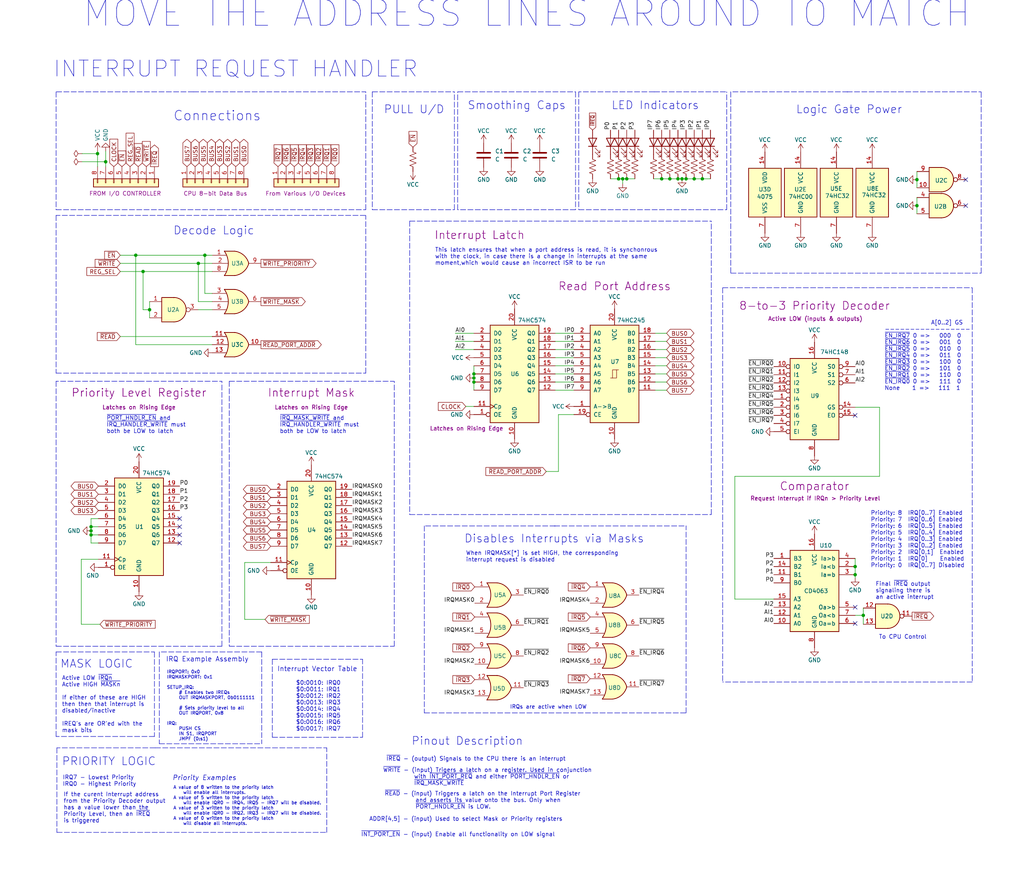
<source format=kicad_sch>
(kicad_sch (version 20211123) (generator eeschema)
  (paper "User" 319.989 280.01)
  (title_block (title "Interrpt Request Handler Module") (date "2022-02-10") (rev "v6") (company "theWickedWebDev/8-bit-computer") (comment 1 "w/ Priority Level Register & Mask Register"))
  (junction (at 267.208 177.038))
  (junction (at 46.736 96.774))
  (junction (at 194.564 55.88))
  (junction (at 209.296 55.88))
  (junction (at 195.834 55.88))
  (junction (at 267.208 179.578))
  (junction (at 286.512 64.262))
  (junction (at 28.448 164.592))
  (junction (at 148.082 118.11))
  (junction (at 214.376 55.88))
  (junction (at 42.418 79.756))
  (junction (at 193.294 55.88))
  (junction (at 148.082 116.84))
  (junction (at 148.082 119.38))
  (junction (at 269.748 192.278))
  (junction (at 206.756 55.88))
  (junction (at 213.106 55.88))
  (junction (at 64.008 79.756))
  (junction (at 28.448 167.132))
  (junction (at 30.48 48.006))
  (junction (at 44.704 84.836))
  (junction (at 28.448 165.862))
  (junction (at 216.916 55.88))
  (junction (at 211.836 55.88))
  (junction (at 286.512 56.134))
  (junction (at 33.02 50.546))
  (junction (at 61.976 82.296))
  (junction (at 219.456 55.88))
  (no_connect (at 267.208 129.794))
  (no_connect (at 56.134 162.052))
  (no_connect (at 267.208 194.818))
  (no_connect (at 267.208 189.738))
  (no_connect (at 56.134 164.592))
  (no_connect (at 56.134 167.132))
  (no_connect (at 56.134 169.672))
  (no_connect (at 301.752 64.262))
  (no_connect (at 301.752 56.134))
  (polyline (pts (xy 60.452 28.702) (xy 17.526 28.702)))
  (polyline (pts (xy 43.434 119.126) (xy 69.342 119.126)))
  (wire (pts (xy 46.736 96.774) (xy 46.736 99.314)))
  (wire (pts (xy 142.24 104.14) (xy 148.082 104.14)))
  (polyline (pts (xy 48.514 233.68) (xy 102.108 233.68)))
  (wire (pts (xy 37.592 84.836) (xy 44.704 84.836)))
  (wire (pts (xy 64.008 91.694) (xy 64.008 79.756)))
  (polyline (pts (xy 81.788 203.708) (xy 49.784 203.708)))
  (wire (pts (xy 269.748 189.992) (xy 269.748 192.278)))
  (wire (pts (xy 206.756 55.88) (xy 209.296 55.88)))
  (polyline (pts (xy 60.452 28.702) (xy 114.3 28.702)))
  (wire (pts (xy 28.448 167.132) (xy 28.448 169.672)))
  (wire (pts (xy 267.208 174.498) (xy 267.208 177.038)))
  (wire (pts (xy 209.296 55.88) (xy 211.836 55.88)))
  (polyline (pts (xy 81.788 203.708) (xy 81.788 232.41)))
  (wire (pts (xy 274.828 148.844) (xy 229.616 148.844)))
  (wire (pts (xy 142.24 106.68) (xy 148.082 106.68)))
  (polyline (pts (xy 17.526 28.702) (xy 17.526 65.532)))
  (polyline (pts (xy 69.088 67.31) (xy 17.526 67.31)))
  (polyline (pts (xy 264.668 28.702) (xy 306.578 28.702)))
  (wire (pts (xy 229.616 187.198) (xy 241.808 187.198)))
  (wire (pts (xy 28.448 165.862) (xy 28.448 167.132)))
  (wire (pts (xy 30.48 48.006) (xy 30.48 52.07)))
  (polyline (pts (xy 123.19 201.93) (xy 123.19 119.126)))
  (wire (pts (xy 46.736 96.774) (xy 44.704 96.774)))
  (wire (pts (xy 195.834 55.88) (xy 198.374 55.88)))
  (wire (pts (xy 214.376 55.88) (xy 216.916 55.88)))
  (polyline (pts (xy 17.526 67.31) (xy 17.526 116.586)))
  (wire (pts (xy 173.482 109.22) (xy 179.324 109.22)))
  (wire (pts (xy 66.294 91.694) (xy 64.008 91.694)))
  (wire (pts (xy 173.482 106.68) (xy 179.324 106.68)))
  (wire (pts (xy 76.454 193.548) (xy 82.804 193.548)))
  (wire (pts (xy 33.02 47.244) (xy 33.02 50.546)))
  (polyline (pts (xy 173.228 164.338) (xy 214.376 164.338)))
  (polyline (pts (xy 69.088 67.31) (xy 114.3 67.31)))
  (wire (pts (xy 44.704 84.836) (xy 66.294 84.836)))
  (wire (pts (xy 28.448 162.052) (xy 28.448 164.592)))
  (wire (pts (xy 37.592 105.156) (xy 66.294 105.156)))
  (wire (pts (xy 76.454 175.768) (xy 76.454 193.548)))
  (polyline (pts (xy 85.09 205.994) (xy 113.284 205.994)))
  (polyline (pts (xy 17.526 65.532) (xy 114.3 65.532)))
  (wire (pts (xy 174.498 129.54) (xy 179.324 129.54)))
  (polyline (pts (xy 102.108 260.096) (xy 102.108 233.68)))
  (wire (pts (xy 61.976 82.296) (xy 66.294 82.296)))
  (polyline (pts (xy 17.78 260.096) (xy 102.108 260.096)))
  (wire (pts (xy 37.592 82.296) (xy 61.976 82.296)))
  (polyline (pts (xy 48.514 233.68) (xy 17.78 233.68)))
  (wire (pts (xy 148.082 116.84) (xy 148.082 114.3)))
  (wire (pts (xy 286.512 61.722) (xy 286.512 64.262)))
  (wire (pts (xy 208.28 111.76) (xy 204.724 111.76)))
  (polyline (pts (xy 179.832 65.532) (xy 143.002 65.532)))
  (wire (pts (xy 76.454 175.768) (xy 84.582 175.768)))
  (wire (pts (xy 44.704 96.774) (xy 44.704 84.836)))
  (polyline (pts (xy 17.78 233.68) (xy 17.78 260.096)))
  (polyline (pts (xy 173.482 164.338) (xy 132.588 164.338)))
  (wire (pts (xy 173.482 121.92) (xy 179.324 121.92)))
  (polyline (pts (xy 179.832 28.702) (xy 179.832 65.532)))
  (wire (pts (xy 208.28 116.84) (xy 204.724 116.84)))
  (polyline (pts (xy 49.784 203.708) (xy 49.784 232.41)))
  (wire (pts (xy 28.448 164.592) (xy 28.448 165.862)))
  (wire (pts (xy 173.482 119.38) (xy 179.324 119.38)))
  (polyline (pts (xy 228.346 85.344) (xy 306.578 85.344)))
  (wire (pts (xy 208.28 121.92) (xy 204.724 121.92)))
  (polyline (pts (xy 222.25 160.782) (xy 222.25 69.088)))
  (wire (pts (xy 33.02 50.546) (xy 33.02 52.07)))
  (wire (pts (xy 170.688 147.32) (xy 174.498 147.32)))
  (wire (pts (xy 267.208 127.254) (xy 274.828 127.254)))
  (polyline (pts (xy 180.848 65.532) (xy 227.076 65.532)))
  (polyline (pts (xy 214.376 222.758) (xy 214.376 164.338)))
  (wire (pts (xy 286.512 56.134) (xy 286.512 58.674)))
  (polyline (pts (xy 116.332 65.532) (xy 141.986 65.532)))
  (polyline (pts (xy 71.628 119.126) (xy 123.19 119.126)))
  (polyline (pts (xy 17.526 116.586) (xy 114.3 116.586)))
  (polyline (pts (xy 116.332 28.702) (xy 141.986 28.702)))
  (wire (pts (xy 208.28 104.14) (xy 204.724 104.14)))
  (wire (pts (xy 267.208 179.578) (xy 267.208 180.594)))
  (polyline (pts (xy 264.922 28.702) (xy 228.346 28.702)))
  (wire (pts (xy 267.208 192.278) (xy 269.748 192.278)))
  (wire (pts (xy 148.082 116.84) (xy 148.082 118.11)))
  (polyline (pts (xy 116.332 28.702) (xy 116.332 65.532)))
  (polyline (pts (xy 141.986 65.532) (xy 141.986 28.702)))
  (polyline (pts (xy 306.578 85.344) (xy 306.578 28.702)))
  (wire (pts (xy 148.082 119.38) (xy 148.082 121.92)))
  (polyline (pts (xy 303.784 213.106) (xy 225.806 213.106)))
  (polyline (pts (xy 48.26 230.124) (xy 17.526 230.124)))
  (polyline (pts (xy 228.346 28.702) (xy 228.346 85.344)))
  (wire (pts (xy 30.48 47.244) (xy 30.48 48.006)))
  (wire (pts (xy 193.294 55.88) (xy 194.564 55.88)))
  (wire (pts (xy 274.828 127.254) (xy 274.828 148.844)))
  (polyline (pts (xy 128.016 69.088) (xy 128.016 160.782)))
  (polyline (pts (xy 114.3 65.532) (xy 114.3 28.702)))
  (polyline (pts (xy 128.016 69.088) (xy 222.25 69.088)))
  (wire (pts (xy 30.734 174.752) (xy 25.4 174.752)))
  (wire (pts (xy 37.592 79.756) (xy 42.418 79.756)))
  (polyline (pts (xy 227.076 65.532) (xy 227.076 28.702)))
  (wire (pts (xy 28.448 164.592) (xy 30.734 164.592)))
  (wire (pts (xy 42.418 79.756) (xy 64.008 79.756)))
  (wire (pts (xy 61.976 94.234) (xy 61.976 82.296)))
  (wire (pts (xy 42.418 79.756) (xy 42.418 107.696)))
  (polyline (pts (xy 17.526 119.126) (xy 17.526 201.93)))
  (wire (pts (xy 173.482 114.3) (xy 179.324 114.3)))
  (wire (pts (xy 64.008 79.756) (xy 66.294 79.756)))
  (polyline (pts (xy 43.434 119.126) (xy 17.526 119.126)))
  (wire (pts (xy 190.754 55.88) (xy 193.294 55.88)))
  (polyline (pts (xy 85.09 230.378) (xy 113.284 230.378)))
  (wire (pts (xy 173.482 104.14) (xy 179.324 104.14)))
  (wire (pts (xy 267.208 177.038) (xy 267.208 179.578)))
  (wire (pts (xy 208.28 109.22) (xy 204.724 109.22)))
  (polyline (pts (xy 143.002 65.532) (xy 143.002 28.702)))
  (polyline (pts (xy 132.588 222.758) (xy 214.376 222.758)))
  (polyline (pts (xy 204.47 28.702) (xy 180.848 28.702)))
  (polyline (pts (xy 113.284 230.378) (xy 113.284 205.994)))
  (wire (pts (xy 194.564 55.88) (xy 194.564 57.404)))
  (wire (pts (xy 216.916 55.88) (xy 219.456 55.88)))
  (wire (pts (xy 145.542 127) (xy 148.082 127)))
  (polyline (pts (xy 225.806 89.916) (xy 225.806 213.106)))
  (wire (pts (xy 213.106 55.88) (xy 214.376 55.88)))
  (polyline (pts (xy 225.806 89.916) (xy 303.784 89.916)))
  (wire (pts (xy 194.564 55.88) (xy 195.834 55.88)))
  (wire (pts (xy 148.082 118.11) (xy 148.082 119.38)))
  (polyline (pts (xy 69.342 201.93) (xy 69.342 119.126)))
  (wire (pts (xy 208.28 114.3) (xy 204.724 114.3)))
  (wire (pts (xy 173.482 111.76) (xy 179.324 111.76)))
  (wire (pts (xy 42.418 107.696) (xy 66.294 107.696)))
  (wire (pts (xy 142.24 109.22) (xy 148.082 109.22)))
  (wire (pts (xy 28.448 162.052) (xy 30.734 162.052)))
  (polyline (pts (xy 48.26 203.708) (xy 48.26 230.124)))
  (wire (pts (xy 211.836 55.88) (xy 213.106 55.88)))
  (polyline (pts (xy 143.002 28.702) (xy 179.832 28.702)))
  (polyline (pts (xy 17.526 230.124) (xy 17.526 203.708)))
  (wire (pts (xy 66.294 94.234) (xy 61.976 94.234)))
  (wire (pts (xy 229.616 148.844) (xy 229.616 187.198)))
  (polyline (pts (xy 114.3 116.586) (xy 114.3 67.31)))
  (wire (pts (xy 204.216 55.88) (xy 206.756 55.88)))
  (polyline (pts (xy 71.628 119.126) (xy 71.628 201.93)))
  (polyline (pts (xy 85.09 205.994) (xy 85.09 230.378)))
  (wire (pts (xy 219.456 55.88) (xy 221.996 55.88)))
  (wire (pts (xy 173.482 116.84) (xy 179.324 116.84)))
  (wire (pts (xy 208.28 106.68) (xy 204.724 106.68)))
  (wire (pts (xy 208.28 119.38) (xy 204.724 119.38)))
  (wire (pts (xy 28.448 169.672) (xy 30.734 169.672)))
  (wire (pts (xy 46.736 94.234) (xy 46.736 96.774)))
  (wire (pts (xy 174.498 129.54) (xy 174.498 147.32)))
  (polyline (pts (xy 303.784 89.916) (xy 303.784 213.106)))
  (polyline (pts (xy 17.526 203.708) (xy 48.26 203.708)))
  (polyline (pts (xy 128.016 160.782) (xy 222.25 160.782)))
  (wire (pts (xy 25.4 195.072) (xy 31.242 195.072)))
  (wire (pts (xy 33.02 50.546) (xy 25.654 50.546)))
  (wire (pts (xy 286.512 64.262) (xy 286.512 66.802)))
  (wire (pts (xy 269.748 192.278) (xy 269.748 195.072)))
  (wire (pts (xy 286.512 53.594) (xy 286.512 56.134)))
  (polyline (pts (xy 71.628 201.93) (xy 123.19 201.93)))
  (polyline (pts (xy 49.784 232.41) (xy 81.788 232.41)))
  (polyline (pts (xy 204.47 28.702) (xy 227.076 28.702)))
  (wire (pts (xy 25.654 48.006) (xy 30.48 48.006)))
  (wire (pts (xy 28.448 167.132) (xy 30.734 167.132)))
  (wire (pts (xy 25.4 174.752) (xy 25.4 195.072)))
  (polyline (pts (xy 17.526 201.93) (xy 69.342 201.93)))
  (polyline (pts (xy 180.848 28.702) (xy 180.848 65.532)))
  (wire (pts (xy 61.976 96.774) (xy 66.294 96.774)))
  (polyline (pts (xy 132.588 164.338) (xy 132.588 222.758)))
  (text "When IRQMASK[*] is set HIGH, the corresponding\ninterrupt request is disabled" (at 145.542 175.768 0) (effects (font (size 1.27 1.27)) (justify left bottom)))
  (text "Disables Interrupts via Masks" (at 145.034 169.926 0) (effects (font (size 2.5 2.5)) (justify left bottom)))
  (text "IRQPORT: 0x0\nIRQMASKPORT: 0x1\n\nSETUP_IRQ:\n	# Enables two IREQs\n	OUT IRQMASKPORT, 0b0111111\n\n     # Sets priority level to all\n	OUT IRQPORT, 0x8  		 \n\nIRQ:    \n	PUSH CS\n	IN S1, IRQPORT\n	JMPF (0:s1)" (at 52.07 231.648 0) (effects (font (size 1 1)) (justify left bottom)))
  (text "ONE THATS PRINTED WORKS, JUST NEED TO\nMOVE THE ADDRESS LINES AROUND TO MATCH" (at 25.654 9.144 0) (effects (font (size 8 8)) (justify left bottom)))
  (text "~{IRQ_MASK_WRITE} and\n~{IRQ_HANDLER_WRITE} must\nboth be LOW to latch" (at 87.376 135.636 0) (effects (font (size 1.27 1.27)) (justify left bottom)))
  (text "               A[0..2] GS\n-----------------\n~{EN_IRQ7} 0 =>   000  0\n~{EN_IRQ6} 0 =>   001  0\n~{EN_IRQ5} 0 =>   010  0\n~{EN_IRQ4} 0 =>   011  0\n~{EN_IRQ3} 0 =>   100  0\n~{EN_IRQ2} 0 =>   101  0\n~{EN_IRQ1} 0 =>   110  0\n~{EN_IRQ0} 0 =>   111  0\nNone    1 =>   111  1\n" (at 276.352 122.174 0) (effects (font (size 1.27 1.27)) (justify left bottom)))
  (text "Priority: 8  IRQ[0..7] Enabled\nPriority: 7  IRQ[0..6] Enabled\nPriority: 6  IRQ[0..5] Enabled\nPriority: 5  IRQ[0..4] Enabled\nPriority: 4  IRQ[0..3] Enabled\nPriority: 3  IRQ[0..2] Enabled\nPriority: 2  IRQ[0,1]  Enabled\nPriority: 1  IRQ[0]    Enabled\nPriority: 0  IRQ[0..7] Disabled" (at 272.034 177.546 0) (effects (font (size 1.27 1.27)) (justify left bottom)))
  (text "INTERRUPT REQUEST HANDLER" (at 16.51 24.638 0) (effects (font (size 5 5)) (justify left bottom)))
  (text "~{INT_PORT_EN} - (input) Enable all functionality on LOW signal" (at 112.776 261.62 0) (effects (font (size 1.27 1.27)) (justify left bottom)))
  (text "Pinout Description" (at 128.524 233.172 0) (effects (font (size 2.5 2.5)) (justify left bottom)))
  (text "LED Indicators" (at 191.008 34.544 0) (effects (font (size 2.5 2.5)) (justify left bottom)))
  (text "To CPU Control" (at 274.574 199.898 0) (effects (font (size 1.27 1.27)) (justify left bottom)))
  (text "IRQs are active when LOW" (at 183.388 221.742 180) (effects (font (size 1.2 1.2)) (justify right bottom)))
  (text "PULL U/D" (at 119.888 35.814 0) (effects (font (size 2.5 2.5)) (justify left bottom)))
  (text "$0:0010: IRQ0\n$0:0011: IRQ1\n$0:0012: IRQ2\n$0:0013: IRQ3\n$0:0014: IRQ4\n$0:0015: IRQ5\n$0:0016: IRQ6\n$0:0017: IRQ7" (at 92.456 228.6 0) (effects (font (size 1.27 1.27)) (justify left bottom)))
  (text "~{WRITE} - (input) Trigers a latch on a register. Used in conjunction\n          with ~{INT_PORT_REQ} and either ~{PORT_HNDLR_EN} or \n          ~{IRQ_MASK_WRITE}" (at 119.634 245.618 0) (effects (font (size 1.27 1.27)) (justify left bottom)))
  (text "Logic Gate Power" (at 248.666 35.814 0) (effects (font (size 2.5 2.5)) (justify left bottom)))
  (text "~{IREQ} - (output) Signals to the CPU there is an interrupt" (at 120.65 237.998 0) (effects (font (size 1.27 1.27)) (justify left bottom)))
  (text "IRQ7 - Lowest Priority\nIRQ0 - Highest Priority" (at 19.558 245.872 0) (effects (font (size 1.27 1.27)) (justify left bottom)))
  (text "If the curent Interrupt address\nfrom the Priority Decoder output\nhas a value lower than the\nPriority Level, then an ~{IREQ}\nis triggered" (at 19.812 257.302 0) (effects (font (size 1.27 1.27)) (justify left bottom)))
  (text "A value of 8 written to the priority latch \n    will enable all interrupts.\nA value of 5 written to the priority latch \n    will enable IQR0 - IRQ4. IRQ5 - IRQ7 will be disabled.\nA value of 3 written to the priority latch \n    will enable IQR0 - IRQ2. IRQ3 - IRQ7 will be disabled.\nA value of 0 written to the priority latch \n    will disable all interrupts." (at 54.102 258.064 0) (effects (font (size 1 1)) (justify left bottom)))
  (text "Active LOW ~{IRQn}\nActive HIGH ~{MASKn}\n\nIf either of these are HIGH\nthen then that interrupt is\ndisabled/inactive\n\nIREQ's are OR'ed with the\nmask bits" (at 19.304 229.108 0) (effects (font (size 1.27 1.27)) (justify left bottom)))
  (text "ADDR[4,5] - (input) Used to select Mask or Priority registers" (at 115.316 256.794 0) (effects (font (size 1.27 1.27)) (justify left bottom)))
  (text "MASK LOGIC" (at 18.796 209.042 0) (effects (font (size 2.5 2.5)) (justify left bottom)))
  (text "This latch ensures that when a port address is read, it is synchonrous \nwith the clock, in case there is a change in interrupts at the same \nmoment,which would cause an incorrect ISR to be run" (at 135.89 83.058 0) (effects (font (size 1.27 1.27)) (justify left bottom)))
  (text "Smoothing Caps" (at 146.05 34.544 0) (effects (font (size 2.5 2.5)) (justify left bottom)))
  (text "IRQ Example Assembly" (at 51.816 207.01 0) (effects (font (size 1.5 1.5)) (justify left bottom)))
  (text "Final ~{IREQ} output\nsignaling there is\nan active interrupt" (at 273.558 187.452 0) (effects (font (size 1.27 1.27)) (justify left bottom)))
  (text "Priority Examples" (at 53.848 244.094 0) (effects (font (size 1.5 1.5) italic) (justify left bottom)))
  (text "~{PORT_HNDLR_EN} and\n~{IRQ_HANDLER_WRITE} must\nboth be LOW to latch" (at 33.274 135.636 0) (effects (font (size 1.27 1.27)) (justify left bottom)))
  (text "PRIORITY LOGIC" (at 19.304 239.522 0) (effects (font (size 2.5 2.5)) (justify left bottom)))
  (text "Decode Logic" (at 54.102 73.66 0) (effects (font (size 2.5 2.5)) (justify left bottom)))
  (text "~{READ} - (input) Triggers a latch on the Interrupt Port Register\n	     and asserts its value onto the bus. Only when \n	     ~{PORT_HNDLR_EN} is LOW." (at 120.142 252.984 0) (effects (font (size 1.27 1.27)) (justify left bottom)))
  (text "Connections" (at 54.102 38.1 0) (effects (font (size 3 3)) (justify left bottom)))
  (text "Interrupt Vector Table\n" (at 86.614 210.058 0) (effects (font (size 1.5 1.5)) (justify left bottom)))
  (label "IRQMASK3" (at 148.336 217.424 180))
  (label "IP0" (at 221.996 40.64 90))
  (label "IP4" (at 176.276 114.3 0))
  (label "IP7" (at 176.276 121.92 0))
  (label "IRQMASK5" (at 109.982 165.608 0))
  (label "AI2" (at 142.24 109.22 0))
  (label "AI1" (at 142.24 106.68 0))
  (label "IP7" (at 204.216 40.64 90))
  (label "IP3" (at 214.376 40.64 90))
  (label "IRQMASK0" (at 109.982 152.908 0))
  (label "P1" (at 193.294 40.64 90))
  (label "AI1" (at 241.808 192.278 180))
  (label "IP4" (at 211.836 40.64 90))
  (label "P3" (at 198.374 40.64 90))
  (label "IRQMASK5" (at 184.404 197.866 180))
  (label "~{EN_IRQ0}" (at 241.808 114.554 180))
  (label "IP1" (at 176.276 106.68 0))
  (label "IP0" (at 176.276 104.14 0))
  (label "AI1" (at 267.208 117.094 0))
  (label "IRQMASK1" (at 148.336 197.866 180))
  (label "IRQMASK2" (at 109.982 157.988 0))
  (label "IP6" (at 176.276 119.38 0))
  (label "AI0" (at 241.808 194.818 180))
  (label "P2" (at 195.834 40.64 90))
  (label "P0" (at 241.808 182.118 180))
  (label "IRQMASK0" (at 148.336 188.468 180))
  (label "IRQMASK7" (at 184.404 217.17 180))
  (label "IRQMASK6" (at 109.982 168.148 0))
  (label "~{EN_IRQ2}" (at 163.576 204.978 0))
  (label "P1" (at 56.134 154.432 0))
  (label "P0" (at 190.754 40.64 90))
  (label "IP2" (at 176.276 109.22 0))
  (label "~{EN_IRQ0}" (at 163.576 185.928 0))
  (label "AI2" (at 267.208 119.634 0))
  (label "IRQMASK3" (at 109.982 160.528 0))
  (label "P3" (at 241.808 174.498 180))
  (label "~{EN_IRQ1}" (at 241.808 117.094 180))
  (label "~{EN_IRQ4}" (at 241.808 124.714 180))
  (label "IRQMASK7" (at 109.982 170.688 0))
  (label "AI0" (at 142.24 104.14 0))
  (label "~{EN_IRQ1}" (at 163.576 195.326 0))
  (label "IRQMASK1" (at 109.982 155.448 0))
  (label "~{EN_IRQ4}" (at 199.644 185.928 0))
  (label "P0" (at 56.134 151.892 0))
  (label "AI0" (at 267.208 114.554 0))
  (label "~{EN_IRQ3}" (at 163.576 214.884 0))
  (label "AI2" (at 241.808 189.738 180))
  (label "IP3" (at 176.276 111.76 0))
  (label "~{EN_IRQ3}" (at 241.808 122.174 180))
  (label "~{EN_IRQ6}" (at 241.808 129.794 180))
  (label "IRQMASK4" (at 184.404 188.468 180))
  (label "~{EN_IRQ6}" (at 199.644 204.978 0))
  (label "IRQMASK6" (at 184.404 207.518 180))
  (label "~{EN_IRQ2}" (at 241.808 119.634 180))
  (label "IP5" (at 176.276 116.84 0))
  (label "P2" (at 241.808 177.038 180))
  (label "~{EN_IRQ5}" (at 241.808 127.254 180))
  (label "~{EN_IRQ7}" (at 199.644 214.63 0))
  (label "P1" (at 241.808 179.578 180))
  (label "IP1" (at 219.456 40.64 90))
  (label "IP6" (at 206.756 40.64 90))
  (label "IRQMASK4" (at 109.982 163.068 0))
  (label "IP2" (at 216.916 40.64 90))
  (label "~{EN_IRQ7}" (at 241.808 132.334 180))
  (label "IP5" (at 209.296 40.64 90))
  (label "~{EN_IRQ5}" (at 199.644 195.326 0))
  (label "P2" (at 56.134 156.972 0))
  (label "IRQMASK2" (at 148.336 207.518 180))
  (label "P3" (at 56.134 159.512 0))
  (global_label "CLOCK" (shape input) (at 35.56 52.07 90) (property "Intersheet References" "${INTERSHEET_REFS}" (effects hide)))
  (global_label "~{READ_PORT_ADDR}" (shape input) (at 170.688 147.32 180) (property "Intersheet References" "${INTERSHEET_REFS}" (effects hide)))
  (global_label "~{IRQ2}" (shape input) (at 99.568 52.07 90) (property "Intersheet References" "${INTERSHEET_REFS}" (effects hide)))
  (global_label "~{IRQ0}" (shape input) (at 104.648 52.07 90) (property "Intersheet References" "${INTERSHEET_REFS}" (effects hide)))
  (global_label "BUS2" (shape tri_state) (at 71.12 52.07 90) (property "Intersheet References" "${INTERSHEET_REFS}" (effects hide)))
  (global_label "BUS2" (shape tri_state) (at 208.28 109.22 0) (property "Intersheet References" "${INTERSHEET_REFS}" (effects hide)))
  (global_label "BUS5" (shape tri_state) (at 208.28 116.84 0) (property "Intersheet References" "${INTERSHEET_REFS}" (effects hide)))
  (global_label "BUS3" (shape tri_state) (at 68.58 52.07 90) (property "Intersheet References" "${INTERSHEET_REFS}" (effects hide)))
  (global_label "BUS3" (shape tri_state) (at 30.734 159.512 180) (property "Intersheet References" "${INTERSHEET_REFS}" (effects hide)))
  (global_label "~{EN}" (shape input) (at 37.592 79.756 180) (property "Intersheet References" "${INTERSHEET_REFS}" (effects hide)))
  (global_label "~{IRQ7}" (shape input) (at 86.868 52.07 90) (property "Intersheet References" "${INTERSHEET_REFS}" (effects hide)))
  (global_label "~{WRITE_PRIORITY}" (shape output) (at 81.534 82.296 0) (property "Intersheet References" "${INTERSHEET_REFS}" (effects hide)))
  (global_label "BUS1" (shape tri_state) (at 208.28 106.68 0) (property "Intersheet References" "${INTERSHEET_REFS}" (effects hide)))
  (global_label "BUS4" (shape tri_state) (at 66.04 52.07 90) (property "Intersheet References" "${INTERSHEET_REFS}" (effects hide)))
  (global_label "~{WRITE_PRIORITY}" (shape input) (at 31.242 195.072 0) (property "Intersheet References" "${INTERSHEET_REFS}" (effects hide)))
  (global_label "BUS6" (shape tri_state) (at 208.28 119.38 0) (property "Intersheet References" "${INTERSHEET_REFS}" (effects hide)))
  (global_label "~{IRQ2}" (shape input) (at 148.336 202.438 180) (property "Intersheet References" "${INTERSHEET_REFS}" (effects hide)))
  (global_label "BUS4" (shape tri_state) (at 84.582 163.068 180) (property "Intersheet References" "${INTERSHEET_REFS}" (effects hide)))
  (global_label "BUS0" (shape tri_state) (at 208.28 104.14 0) (property "Intersheet References" "${INTERSHEET_REFS}" (effects hide)))
  (global_label "REG_SEL" (shape input) (at 40.64 52.07 90) (property "Intersheet References" "${INTERSHEET_REFS}" (effects hide)))
  (global_label "BUS3" (shape tri_state) (at 84.582 160.528 180) (property "Intersheet References" "${INTERSHEET_REFS}" (effects hide)))
  (global_label "~{EN}" (shape input) (at 129.032 45.974 90) (property "Intersheet References" "${INTERSHEET_REFS}" (effects hide)))
  (global_label "~{IRQ6}" (shape input) (at 184.404 202.438 180) (property "Intersheet References" "${INTERSHEET_REFS}" (effects hide)))
  (global_label "~{EN}" (shape input) (at 38.1 52.07 90) (property "Intersheet References" "${INTERSHEET_REFS}" (effects hide)))
  (global_label "BUS0" (shape tri_state) (at 84.582 152.908 180) (property "Intersheet References" "${INTERSHEET_REFS}" (effects hide)))
  (global_label "~{IRQ3}" (shape input) (at 148.336 212.344 180) (property "Intersheet References" "${INTERSHEET_REFS}" (effects hide)))
  (global_label "BUS2" (shape tri_state) (at 30.734 156.972 180) (property "Intersheet References" "${INTERSHEET_REFS}" (effects hide)))
  (global_label "~{READ}" (shape input) (at 43.18 52.07 90) (property "Intersheet References" "${INTERSHEET_REFS}" (effects hide)))
  (global_label "BUS4" (shape tri_state) (at 208.28 114.3 0) (property "Intersheet References" "${INTERSHEET_REFS}" (effects hide)))
  (global_label "~{WRITE}" (shape input) (at 45.72 52.07 90) (property "Intersheet References" "${INTERSHEET_REFS}" (effects hide)))
  (global_label "~{IRQ5}" (shape input) (at 184.404 192.786 180) (property "Intersheet References" "${INTERSHEET_REFS}" (effects hide)))
  (global_label "BUS0" (shape tri_state) (at 30.734 151.892 180) (property "Intersheet References" "${INTERSHEET_REFS}" (effects hide)))
  (global_label "BUS6" (shape tri_state) (at 60.96 52.07 90) (property "Intersheet References" "${INTERSHEET_REFS}" (effects hide)))
  (global_label "~{READ}" (shape input) (at 37.592 105.156 180) (property "Intersheet References" "${INTERSHEET_REFS}" (effects hide)))
  (global_label "BUS2" (shape tri_state) (at 84.582 157.988 180) (property "Intersheet References" "${INTERSHEET_REFS}" (effects hide)))
  (global_label "~{IREQ}" (shape output) (at 48.26 52.07 90) (property "Intersheet References" "${INTERSHEET_REFS}" (effects hide)))
  (global_label "~{WRITE_MASK}" (shape output) (at 81.534 94.234 0) (property "Intersheet References" "${INTERSHEET_REFS}" (effects hide)))
  (global_label "CLOCK" (shape input) (at 145.542 127 180) (property "Intersheet References" "${INTERSHEET_REFS}" (effects hide)))
  (global_label "BUS7" (shape tri_state) (at 84.582 170.688 180) (property "Intersheet References" "${INTERSHEET_REFS}" (effects hide)))
  (global_label "~{WRITE_MASK}" (shape input) (at 82.804 193.548 0) (property "Intersheet References" "${INTERSHEET_REFS}" (effects hide)))
  (global_label "~{WRITE}" (shape input) (at 37.592 82.296 180) (property "Intersheet References" "${INTERSHEET_REFS}" (effects hide)))
  (global_label "~{IREQ}" (shape output) (at 284.988 192.532 0) (property "Intersheet References" "${INTERSHEET_REFS}" (effects hide)))
  (global_label "BUS3" (shape tri_state) (at 208.28 111.76 0) (property "Intersheet References" "${INTERSHEET_REFS}" (effects hide)))
  (global_label "~{IRQ1}" (shape input) (at 102.108 52.07 90) (property "Intersheet References" "${INTERSHEET_REFS}" (effects hide)))
  (global_label "BUS5" (shape tri_state) (at 63.5 52.07 90) (property "Intersheet References" "${INTERSHEET_REFS}" (effects hide)))
  (global_label "~{IRQ7}" (shape input) (at 184.404 212.09 180) (property "Intersheet References" "${INTERSHEET_REFS}" (effects hide)))
  (global_label "BUS1" (shape tri_state) (at 84.582 155.448 180) (property "Intersheet References" "${INTERSHEET_REFS}" (effects hide)))
  (global_label "~{IRQ3}" (shape input) (at 97.028 52.07 90) (property "Intersheet References" "${INTERSHEET_REFS}" (effects hide)))
  (global_label "~{IRQ4}" (shape input) (at 94.488 52.07 90) (property "Intersheet References" "${INTERSHEET_REFS}" (effects hide)))
  (global_label "~{IRQ1}" (shape input) (at 148.336 192.786 180) (property "Intersheet References" "${INTERSHEET_REFS}" (effects hide)))
  (global_label "BUS1" (shape tri_state) (at 73.66 52.07 90) (property "Intersheet References" "${INTERSHEET_REFS}" (effects hide)))
  (global_label "REG_SEL" (shape input) (at 37.592 84.836 180) (property "Intersheet References" "${INTERSHEET_REFS}" (effects hide)))
  (global_label "~{IRQ6}" (shape input) (at 89.408 52.07 90) (property "Intersheet References" "${INTERSHEET_REFS}" (effects hide)))
  (global_label "~{READ_PORT_ADDR}" (shape output) (at 81.534 107.696 0) (property "Intersheet References" "${INTERSHEET_REFS}" (effects hide)))
  (global_label "~{IRQ4}" (shape input) (at 184.404 183.388 180) (property "Intersheet References" "${INTERSHEET_REFS}" (effects hide)))
  (global_label "BUS6" (shape tri_state) (at 84.582 168.148 180) (property "Intersheet References" "${INTERSHEET_REFS}" (effects hide)))
  (global_label "~{IREQ}" (shape input) (at 185.166 40.64 90) (effects (font (size 1 1))) (property "Intersheet References" "${INTERSHEET_REFS}" (effects hide)))
  (global_label "BUS7" (shape tri_state) (at 208.28 121.92 0) (property "Intersheet References" "${INTERSHEET_REFS}" (effects hide)))
  (global_label "~{IRQ0}" (shape input) (at 148.336 183.388 180) (property "Intersheet References" "${INTERSHEET_REFS}" (effects hide)))
  (global_label "BUS0" (shape tri_state) (at 76.2 52.07 90) (property "Intersheet References" "${INTERSHEET_REFS}" (effects hide)))
  (global_label "BUS7" (shape tri_state) (at 58.42 52.07 90) (property "Intersheet References" "${INTERSHEET_REFS}" (effects hide)))
  (global_label "BUS1" (shape tri_state) (at 30.734 154.432 180) (property "Intersheet References" "${INTERSHEET_REFS}" (effects hide)))
  (global_label "BUS5" (shape tri_state) (at 84.582 165.608 180) (property "Intersheet References" "${INTERSHEET_REFS}" (effects hide)))
  (global_label "~{IRQ5}" (shape input) (at 91.948 52.07 90) (property "Intersheet References" "${INTERSHEET_REFS}" (effects hide)))
  (symbol (lib_id "Device:LED") (at 216.916 44.45 90) (unit 1)
    (property "Reference" "D11" (effects hide))
    (property "Value" "LED" (effects hide))
    (property "Footprint" "LED_SMD:LED_0805_2012Metric" (effects hide))
  )
  (symbol (lib_id "power:VCC") (at 159.766 44.704 0) (unit 1)
    (property "Reference" "#PWR017" (effects hide))
    (property "Value" "VCC" (at 159.766 40.894 0))
  )
  (symbol (lib_id "power:GND") (at 148.082 129.54 270) (unit 1)
    (property "Reference" "#PWR014" (effects hide))
    (property "Value" "GND" (at 142.748 129.54 90))
  )
  (symbol (lib_id "Connector_Generic:Conn_01x08") (at 66.04 57.15 90) (mirror x) (unit 1)
    (property "Reference" "J2" (effects hide))
    (property "Value" "Conn_01x08" (effects hide))
    (property "Footprint" "Connector_PinHeader_2.54mm:PinHeader_1x08_P2.54mm_Vertical" (effects hide))
    (property "Field4" "CPU 8-bit Data Bus" (at 67.31 60.452 90))
  )
  (symbol (lib_id "power:GND") (at 239.014 72.898 0) (unit 1)
    (property "Reference" "#PWR030" (effects hide))
    (property "Value" "GND" (at 239.014 76.708 0))
  )
  (symbol (lib_id "Device:LED") (at 204.216 44.45 90) (unit 1)
    (property "Reference" "D6" (effects hide))
    (property "Value" "LED" (effects hide))
    (property "Footprint" "LED_SMD:LED_0805_2012Metric" (effects hide))
  )
  (symbol (lib_id "power:VCC") (at 97.282 145.288 0) (unit 1)
    (property "Reference" "#PWR09" (effects hide))
    (property "Value" "VCC" (at 97.282 141.478 0))
  )
  (symbol (lib_id "power:GND") (at 160.782 137.16 0) (unit 1)
    (property "Reference" "#PWR020" (effects hide))
    (property "Value" "GND" (at 160.782 140.97 0))
  )
  (symbol (lib_id "Device:LED") (at 185.166 44.45 90) (unit 1)
    (property "Reference" "D1" (effects hide))
    (property "Value" "LED" (effects hide))
    (property "Footprint" "LED_SMD:LED_0805_2012Metric" (effects hide))
  )
  (symbol (lib_id "power:GND") (at 286.512 56.134 270) (unit 1)
    (property "Reference" "#PWR043" (effects hide))
    (property "Value" "GND" (at 281.94 56.134 90))
  )
  (symbol (lib_id "Device:LED") (at 195.834 44.45 90) (unit 1)
    (property "Reference" "D4" (effects hide))
    (property "Value" "LED" (effects hide))
    (property "Footprint" "LED_SMD:LED_0805_2012Metric" (effects hide))
  )
  (symbol (lib_id "Connector_Generic:Conn_01x08") (at 40.64 57.15 270) (unit 1)
    (property "Reference" "J1" (effects hide))
    (property "Value" "Conn_01x08" (effects hide))
    (property "Footprint" "Connector_PinHeader_2.54mm:PinHeader_1x08_P2.54mm_Vertical" (effects hide))
    (property "Field4" "FROM I/O CONTROLLER" (at 39.116 60.452 90))
  )
  (symbol (lib_id "74xx:74LS32") (at 192.024 185.928 0) (unit 1)
    (property "Reference" "U8" (at 192.024 186.182 0))
    (property "Value" "74HC32" (effects hide))
    (property "Footprint" "Package_SO:TSSOP-14_4.4x5mm_P0.65mm" (effects hide))
    (property "Datasheet" "http://www.ti.com/lit/gpn/sn74LS32" (effects hide))
  )
  (symbol (lib_id "power:GND") (at 192.024 137.16 0) (unit 1)
    (property "Reference" "#PWR026" (effects hide))
    (property "Value" "GND" (at 192.024 140.97 0))
  )
  (symbol (lib_id "Device:R_US") (at 209.296 52.07 0) (unit 1)
    (property "Reference" "R9" (effects hide))
    (property "Value" "R_US" (effects hide))
    (property "Footprint" "Resistor_SMD:R_0805_2012Metric" (effects hide))
  )
  (symbol (lib_id "power:GND") (at 213.106 55.88 0) (unit 1)
    (property "Reference" "#PWR028" (effects hide))
    (property "Value" "GND" (at 213.106 59.69 0))
  )
  (symbol (lib_id "power:GND") (at 33.02 47.244 180) (unit 1)
    (property "Reference" "#PWR04" (effects hide))
    (property "Value" "GND" (at 33.02 42.164 90))
  )
  (symbol (lib_id "Device:R_US") (at 193.294 52.07 0) (unit 1)
    (property "Reference" "R4" (effects hide))
    (property "Value" "R_US" (effects hide))
    (property "Footprint" "Resistor_SMD:R_0805_2012Metric" (effects hide))
  )
  (symbol (lib_id "power:GND") (at 148.082 118.11 270) (unit 1)
    (property "Reference" "#PWR013" (effects hide))
    (property "Value" "GND" (at 142.748 118.11 90))
  )
  (symbol (lib_id "74xx:74LS32") (at 192.024 204.978 0) (unit 3)
    (property "Reference" "U8" (at 192.278 204.978 0))
    (property "Value" "74HC32" (effects hide))
    (property "Footprint" "Package_SO:TSSOP-14_4.4x5mm_P0.65mm" (effects hide))
    (property "Datasheet" "http://www.ti.com/lit/gpn/sn74LS32" (effects hide))
  )
  (symbol (lib_id "74xx:74LS574") (at 160.782 116.84 0) (unit 1)
    (property "Reference" "U6" (at 159.512 116.84 0) (effects (justify left)))
    (property "Value" "74HC574" (at 161.798 100.076 0) (effects (justify left)))
    (property "Footprint" "Package_SO:SO-20_5.3x12.6mm_P1.27mm" (effects hide))
    (property "Datasheet" "http://www.ti.com/lit/gpn/sn74LS574" (effects hide))
    (property "Field4" "Interrupt Latch" (at 149.86 73.406 0) (effects (font (size 2.5 2.5))))
    (property "Field5" "Latches on Rising Edge" (at 145.796 133.858 0))
  )
  (symbol (lib_id "74xx:74LS00") (at 54.356 96.774 0) (unit 1)
    (property "Reference" "U2" (at 54.102 96.774 0))
    (property "Value" "74HC00" (effects hide))
    (property "Footprint" "Package_SO:TSSOP-14_4.4x5mm_P0.65mm" (effects hide))
    (property "Datasheet" "http://www.ti.com/lit/gpn/sn74ls00" (effects hide))
  )
  (symbol (lib_id "Device:C") (at 151.13 48.514 0) (unit 1)
    (property "Reference" "C1" (at 154.686 47.2439 0) (effects (justify left)))
    (property "Value" "C" (at 154.686 49.7839 0) (effects (justify left)))
    (property "Footprint" "Capacitor_SMD:C_0805_2012Metric" (effects hide))
  )
  (symbol (lib_id "power:GND") (at 250.19 72.898 0) (unit 1)
    (property "Reference" "#PWR033" (effects hide))
    (property "Value" "GND" (at 250.19 76.708 0))
  )
  (symbol (lib_id "power:VCC") (at 272.542 47.498 0) (unit 1)
    (property "Reference" "#PWR041" (effects hide))
    (property "Value" "VCC" (at 272.542 43.688 0))
  )
  (symbol (lib_id "Device:LED") (at 198.374 44.45 90) (unit 1)
    (property "Reference" "D5" (effects hide))
    (property "Value" "LED" (effects hide))
    (property "Footprint" "LED_SMD:LED_0805_2012Metric" (effects hide))
  )
  (symbol (lib_id "power:GND") (at 159.766 52.324 0) (unit 1)
    (property "Reference" "#PWR018" (effects hide))
    (property "Value" "GND" (at 159.766 56.134 0))
  )
  (symbol (lib_id "Device:R_US") (at 221.996 52.07 0) (unit 1)
    (property "Reference" "R14" (effects hide))
    (property "Value" "R_US" (effects hide))
    (property "Footprint" "Resistor_SMD:R_0805_2012Metric" (effects hide))
  )
  (symbol (lib_id "Device:R_US") (at 129.032 49.784 0) (unit 1)
    (property "Reference" "R1" (effects hide))
    (property "Value" "R_US" (effects hide))
    (property "Footprint" "Resistor_SMD:R_0805_2012Metric" (effects hide))
  )
  (symbol (lib_id "Device:LED") (at 209.296 44.45 90) (unit 1)
    (property "Reference" "D8" (effects hide))
    (property "Value" "LED" (effects hide))
    (property "Footprint" "LED_SMD:LED_0805_2012Metric" (effects hide))
  )
  (symbol (lib_id "power:VCC") (at 239.014 47.498 0) (unit 1)
    (property "Reference" "#PWR029" (effects hide))
    (property "Value" "VCC" (at 239.014 43.688 0))
  )
  (symbol (lib_id "Device:LED") (at 219.456 44.45 90) (unit 1)
    (property "Reference" "D12" (effects hide))
    (property "Value" "LED" (effects hide))
    (property "Footprint" "LED_SMD:LED_0805_2012Metric" (effects hide))
  )
  (symbol (lib_id "Connector_Generic:Conn_01x08") (at 94.488 57.15 90) (mirror x) (unit 1)
    (property "Reference" "J3" (effects hide))
    (property "Value" "Conn_01x08" (effects hide))
    (property "Footprint" "Connector_PinHeader_2.54mm:PinHeader_1x08_P2.54mm_Vertical" (effects hide))
    (property "Field4" "From Various I/O Devices" (at 95.504 60.452 90))
  )
  (symbol (lib_id "74xx:74LS148") (at 254.508 124.714 0) (unit 1)
    (property "Reference" "U9" (at 253.238 123.698 0) (effects (justify left)))
    (property "Value" "74HC148" (at 256.286 109.982 0) (effects (justify left)))
    (property "Footprint" "Package_SO:SOIC-16_4.55x10.3mm_P1.27mm" (effects hide))
    (property "Datasheet" "http://www.ti.com/lit/gpn/sn74LS148" (effects hide))
    (property "Field4" "8-to-3 Priority Decoder" (at 254.508 95.504 0) (effects (font (size 2.5 2.5))))
    (property "Field5" "Active LOW (inputs & outputs)" (at 254.762 99.568 0))
  )
  (symbol (lib_id "74xx:74LS245") (at 192.024 116.84 0) (unit 1)
    (property "Reference" "U7" (at 190.754 113.03 0) (effects (justify left)))
    (property "Value" "74HC245" (at 192.786 100.076 0) (effects (justify left)))
    (property "Footprint" "Package_SO:TSSOP-20_4.4x6.5mm_P0.65mm" (effects hide))
    (property "Datasheet" "http://www.ti.com/lit/gpn/sn74LS245" (effects hide))
    (property "Field4" "Read Port Address" (at 192.024 89.408 0) (effects (font (size 2.5 2.5))))
  )
  (symbol (lib_id "74xx:74LS32") (at 155.956 195.326 0) (unit 2)
    (property "Reference" "U5" (at 156.21 196.088 0))
    (property "Value" "74HC32" (effects hide))
    (property "Footprint" "Package_SO:TSSOP-14_4.4x5mm_P0.65mm" (effects hide))
    (property "Datasheet" "http://www.ti.com/lit/gpn/sn74LS32" (effects hide))
  )
  (symbol (lib_id "Device:C") (at 168.656 48.514 0) (unit 1)
    (property "Reference" "C3" (at 172.212 47.2439 0) (effects (justify left)))
    (property "Value" "C" (at 172.212 49.7839 0) (effects (justify left)))
    (property "Footprint" "Capacitor_SMD:C_0805_2012Metric" (effects hide))
  )
  (symbol (lib_id "74xx:74LS574") (at 97.282 165.608 0) (unit 1)
    (property "Reference" "U4" (at 96.012 165.608 0) (effects (justify left)))
    (property "Value" "74HC574" (at 98.298 148.844 0) (effects (justify left)))
    (property "Footprint" "Package_SO:SO-20_5.3x12.6mm_P1.27mm" (effects hide))
    (property "Datasheet" "http://www.ti.com/lit/gpn/sn74LS574" (effects hide))
    (property "Field4" "Interrupt Mask" (at 97.282 122.682 0) (effects (font (size 2.5 2.5))))
    (property "Field5" "Latches on Rising Edge" (at 97.282 127.254 0))
  )
  (symbol (lib_id "74xx:74LS32") (at 272.542 60.198 0) (unit 5)
    (property "Reference" "U8" (at 270.764 58.928 0) (effects (justify left)))
    (property "Value" "74HC32" (at 269.24 60.96 0) (effects (justify left)))
    (property "Footprint" "Package_SO:TSSOP-14_4.4x5mm_P0.65mm" (effects hide))
    (property "Datasheet" "http://www.ti.com/lit/gpn/sn74LS32" (effects hide))
  )
  (symbol (lib_id "power:GND") (at 151.13 52.324 0) (unit 1)
    (property "Reference" "#PWR016" (effects hide))
    (property "Value" "GND" (at 151.13 56.134 0))
  )
  (symbol (lib_id "Device:R_US") (at 190.754 52.07 0) (unit 1)
    (property "Reference" "R3" (effects hide))
    (property "Value" "R_US" (effects hide))
    (property "Footprint" "Resistor_SMD:R_0805_2012Metric" (effects hide))
  )
  (symbol (lib_id "74xx:74LS32") (at 192.024 195.326 0) (unit 2)
    (property "Reference" "U8" (at 192.024 195.326 0))
    (property "Value" "74HC32" (effects hide))
    (property "Footprint" "Package_SO:TSSOP-14_4.4x5mm_P0.65mm" (effects hide))
    (property "Datasheet" "http://www.ti.com/lit/gpn/sn74LS32" (effects hide))
  )
  (symbol (lib_id "power:VCC") (at 250.19 47.498 0) (unit 1)
    (property "Reference" "#PWR032" (effects hide))
    (property "Value" "VCC" (at 250.19 43.688 0))
  )
  (symbol (lib_id "74xx:74LS85") (at 254.508 184.658 0) (unit 1)
    (property "Reference" "U10" (at 256.032 170.434 0) (effects (justify left)))
    (property "Value" "CD4063" (at 251.206 184.658 0) (effects (justify left)))
    (property "Footprint" "Package_SO:SO-16_5.3x10.2mm_P1.27mm" (effects hide))
    (property "Datasheet" "http://www.ti.com/lit/gpn/sn74LS85" (effects hide))
    (property "Field4" "Comparator" (at 254.508 151.892 0) (effects (font (size 2.5 2.5))))
    (property "Field5" "Request Interrupt if IRQn > Priority Level" (at 254.762 155.702 0))
  )
  (symbol (lib_id "power:VCC") (at 148.082 111.76 90) (unit 1)
    (property "Reference" "#PWR012" (effects hide))
    (property "Value" "VCC" (at 143.002 111.76 90))
  )
  (symbol (lib_id "power:GND") (at 267.208 180.594 0) (unit 1)
    (property "Reference" "#PWR040" (effects hide))
    (property "Value" "GND" (at 267.208 184.404 0))
  )
  (symbol (lib_id "power:VCC") (at 192.024 96.52 0) (unit 1)
    (property "Reference" "#PWR025" (effects hide))
    (property "Value" "VCC" (at 192.024 92.71 0))
  )
  (symbol (lib_id "74xx:74LS32") (at 261.366 60.198 0) (unit 5)
    (property "Reference" "U5" (at 259.334 58.928 0) (effects (justify left)))
    (property "Value" "74HC32" (at 257.81 61.214 0) (effects (justify left)))
    (property "Footprint" "Package_SO:TSSOP-14_4.4x5mm_P0.65mm" (effects hide))
    (property "Datasheet" "http://www.ti.com/lit/gpn/sn74LS32" (effects hide))
  )
  (symbol (lib_id "power:GND") (at 84.582 178.308 270) (unit 1)
    (property "Reference" "#PWR08" (effects hide))
    (property "Value" "GND" (at 79.248 178.308 90))
  )
  (symbol (lib_id "power:VCC") (at 254.508 106.934 0) (unit 1)
    (property "Reference" "#PWR034" (effects hide))
    (property "Value" "VCC" (at 254.508 103.124 0))
  )
  (symbol (lib_id "Device:R_US") (at 216.916 52.07 0) (unit 1)
    (property "Reference" "R12" (effects hide))
    (property "Value" "R_US" (effects hide))
    (property "Footprint" "Resistor_SMD:R_0805_2012Metric" (effects hide))
  )
  (symbol (lib_id "power:VCC") (at 43.434 144.272 0) (unit 1)
    (property "Reference" "#PWR05" (effects hide))
    (property "Value" "VCC" (at 43.434 140.208 0))
  )
  (symbol (lib_id "power:VCC") (at 261.366 47.498 0) (unit 1)
    (property "Reference" "#PWR038" (effects hide))
    (property "Value" "VCC" (at 261.366 43.688 0))
  )
  (symbol (lib_id "Device:R_US") (at 195.834 52.07 0) (unit 1)
    (property "Reference" "R5" (effects hide))
    (property "Value" "R_US" (effects hide))
    (property "Footprint" "Resistor_SMD:R_0805_2012Metric" (effects hide))
  )
  (symbol (lib_id "power:GND") (at 286.512 64.262 270) (unit 1)
    (property "Reference" "#PWR044" (effects hide))
    (property "Value" "GND" (at 281.94 64.262 90))
  )
  (symbol (lib_id "Device:LED") (at 193.294 44.45 90) (unit 1)
    (property "Reference" "D3" (effects hide))
    (property "Value" "LED" (effects hide))
    (property "Footprint" "LED_SMD:LED_0805_2012Metric" (effects hide))
  )
  (symbol (lib_id "power:GND") (at 241.808 134.874 270) (unit 1)
    (property "Reference" "#PWR031" (effects hide))
    (property "Value" "GND" (at 238.76 134.874 90) (effects (justify right)))
  )
  (symbol (lib_id "power:GND") (at 66.294 110.236 270) (unit 1)
    (property "Reference" "#PWR07" (effects hide))
    (property "Value" "GND" (at 61.214 110.236 90))
  )
  (symbol (lib_id "power:GND") (at 254.508 142.494 0) (unit 1)
    (property "Reference" "#PWR035" (effects hide))
    (property "Value" "GND" (at 254.508 146.304 0))
  )
  (symbol (lib_id "Device:LED") (at 211.836 44.45 90) (unit 1)
    (property "Reference" "D9" (effects hide))
    (property "Value" "LED" (effects hide))
    (property "Footprint" "LED_SMD:LED_0805_2012Metric" (effects hide))
  )
  (symbol (lib_id "4xxx:4075") (at 239.014 60.198 0) (unit 4)
    (property "Reference" "U3" (at 236.982 59.182 0) (effects (justify left)))
    (property "Value" "4075" (at 236.474 61.468 0) (effects (justify left)))
    (property "Datasheet" "http://www.intersil.com/content/dam/Intersil/documents/cd40/cd4071bms-72bms-75bms.pdf" (effects hide))
  )
  (symbol (lib_id "Device:LED") (at 190.754 44.45 90) (unit 1)
    (property "Reference" "D2" (effects hide))
    (property "Value" "LED" (effects hide))
    (property "Footprint" "LED_SMD:LED_0805_2012Metric" (effects hide))
  )
  (symbol (lib_id "Device:LED") (at 206.756 44.45 90) (unit 1)
    (property "Reference" "D7" (effects hide))
    (property "Value" "LED" (effects hide))
    (property "Footprint" "LED_SMD:LED_0805_2012Metric" (effects hide))
  )
  (symbol (lib_id "74xx:74LS574") (at 43.434 164.592 0) (unit 1)
    (property "Reference" "U1" (at 42.164 164.592 0) (effects (justify left)))
    (property "Value" "74HC574" (at 44.45 147.828 0) (effects (justify left)))
    (property "Footprint" "Package_SO:SO-20_5.3x12.6mm_P1.27mm" (effects hide))
    (property "Datasheet" "http://www.ti.com/lit/gpn/sn74LS574" (effects hide))
    (property "Field4" "Priority Level Register" (at 43.434 122.682 0) (effects (font (size 2.5 2.5))))
    (property "Field5" "Latches on Rising Edge" (at 43.434 127.254 0))
  )
  (symbol (lib_id "4xxx:4075") (at 73.914 82.296 0) (unit 1)
    (property "Reference" "U3" (at 74.168 82.296 0))
    (property "Value" "4075" (effects hide))
    (property "Datasheet" "http://www.intersil.com/content/dam/Intersil/documents/cd40/cd4071bms-72bms-75bms.pdf" (effects hide))
  )
  (symbol (lib_id "power:GND") (at 30.734 177.292 270) (unit 1)
    (property "Reference" "#PWR03" (effects hide))
    (property "Value" "GND" (at 28.956 179.832 90))
  )
  (symbol (lib_id "power:GND") (at 185.166 55.88 0) (unit 1)
    (property "Reference" "#PWR024" (effects hide))
    (property "Value" "GND" (at 185.166 59.69 0))
  )
  (symbol (lib_id "74xx:74LS32") (at 155.956 204.978 0) (unit 3)
    (property "Reference" "U5" (at 156.21 204.978 0))
    (property "Value" "74HC32" (effects hide))
    (property "Footprint" "Package_SO:TSSOP-14_4.4x5mm_P0.65mm" (effects hide))
    (property "Datasheet" "http://www.ti.com/lit/gpn/sn74LS32" (effects hide))
  )
  (symbol (lib_id "74xx:74LS32") (at 155.956 214.884 0) (unit 4)
    (property "Reference" "U5" (at 155.956 215.138 0))
    (property "Value" "74HC32" (effects hide))
    (property "Footprint" "Package_SO:TSSOP-14_4.4x5mm_P0.65mm" (effects hide))
    (property "Datasheet" "http://www.ti.com/lit/gpn/sn74LS32" (effects hide))
  )
  (symbol (lib_id "74xx:74LS00") (at 294.132 64.262 0) (unit 2)
    (property "Reference" "U2" (at 293.878 64.516 0))
    (property "Value" "74HC00" (effects hide))
    (property "Footprint" "Package_SO:TSSOP-14_4.4x5mm_P0.65mm" (effects hide))
    (property "Datasheet" "http://www.ti.com/lit/gpn/sn74ls00" (effects hide))
  )
  (symbol (lib_id "power:PWR_FLAG") (at 25.654 50.546 90) (unit 1)
    (property "Reference" "#FLG02" (effects hide))
    (property "Value" "PWR_FLAG" (effects hide))
  )
  (symbol (lib_id "power:GND") (at 97.282 185.928 0) (unit 1)
    (property "Reference" "#PWR010" (effects hide))
    (property "Value" "GND" (at 97.282 189.738 0))
  )
  (symbol (lib_id "4xxx:4075") (at 73.914 94.234 0) (unit 2)
    (property "Reference" "U3" (at 74.168 94.234 0))
    (property "Value" "4075" (effects hide))
    (property "Footprint" "Package_SO:SOIC-14_3.9x8.7mm_P1.27mm" (effects hide))
    (property "Datasheet" "http://www.intersil.com/content/dam/Intersil/documents/cd40/cd4071bms-72bms-75bms.pdf" (effects hide))
  )
  (symbol (lib_id "power:GND") (at 43.434 184.912 0) (unit 1)
    (property "Reference" "#PWR06" (effects hide))
    (property "Value" "GND" (at 43.434 188.722 0))
  )
  (symbol (lib_id "Device:R_US") (at 185.166 52.07 0) (unit 1)
    (property "Reference" "R2" (effects hide))
    (property "Value" "R_US" (effects hide))
    (property "Footprint" "Resistor_SMD:R_0805_2012Metric" (effects hide))
  )
  (symbol (lib_id "power:GND") (at 28.448 165.862 270) (unit 1)
    (property "Reference" "#PWR01" (effects hide))
    (property "Value" "GND" (at 23.114 165.862 90))
  )
  (symbol (lib_id "power:VCC") (at 151.13 44.704 0) (unit 1)
    (property "Reference" "#PWR015" (effects hide))
    (property "Value" "VCC" (at 151.13 40.894 0))
  )
  (symbol (lib_id "74xx:74LS00") (at 277.368 192.532 0) (unit 4)
    (property "Reference" "U2" (at 277.114 192.532 0))
    (property "Value" "74HC00" (effects hide))
    (property "Footprint" "Package_SO:TSSOP-14_4.4x5mm_P0.65mm" (effects hide))
    (property "Datasheet" "http://www.ti.com/lit/gpn/sn74ls00" (effects hide))
  )
  (symbol (lib_id "power:GND") (at 261.366 72.898 0) (unit 1)
    (property "Reference" "#PWR039" (effects hide))
    (property "Value" "GND" (at 261.366 76.708 0))
  )
  (symbol (lib_id "Device:R_US") (at 219.456 52.07 0) (unit 1)
    (property "Reference" "R13" (effects hide))
    (property "Value" "R_US" (effects hide))
    (property "Footprint" "Resistor_SMD:R_0805_2012Metric" (effects hide))
  )
  (symbol (lib_id "power:VCC") (at 129.032 53.594 180) (unit 1)
    (property "Reference" "#PWR011" (effects hide))
    (property "Value" "VCC" (at 129.032 57.658 0))
  )
  (symbol (lib_id "power:GND") (at 254.508 202.438 0) (unit 1)
    (property "Reference" "#PWR037" (effects hide))
    (property "Value" "GND" (at 254.508 206.248 0))
  )
  (symbol (lib_id "power:VCC") (at 160.782 96.52 0) (unit 1)
    (property "Reference" "#PWR019" (effects hide))
    (property "Value" "VCC" (at 160.782 92.71 0))
  )
  (symbol (lib_id "Device:LED") (at 214.376 44.45 90) (unit 1)
    (property "Reference" "D10" (effects hide))
    (property "Value" "LED" (effects hide))
    (property "Footprint" "LED_SMD:LED_0805_2012Metric" (effects hide))
  )
  (symbol (lib_id "power:VCC") (at 254.508 166.878 0) (unit 1)
    (property "Reference" "#PWR036" (effects hide))
    (property "Value" "VCC" (at 254.508 163.068 0))
  )
  (symbol (lib_id "Device:R_US") (at 198.374 52.07 0) (unit 1)
    (property "Reference" "R6" (effects hide))
    (property "Value" "R_US" (effects hide))
    (property "Footprint" "Resistor_SMD:R_0805_2012Metric" (effects hide))
  )
  (symbol (lib_id "Device:LED") (at 221.996 44.45 90) (unit 1)
    (property "Reference" "D13" (effects hide))
    (property "Value" "LED" (effects hide))
    (property "Footprint" "LED_SMD:LED_0805_2012Metric" (effects hide))
  )
  (symbol (lib_id "power:GND") (at 272.542 72.898 0) (unit 1)
    (property "Reference" "#PWR042" (effects hide))
    (property "Value" "GND" (at 272.542 76.708 0))
  )
  (symbol (lib_id "74xx:74LS32") (at 155.956 185.928 0) (unit 1)
    (property "Reference" "U5" (at 156.21 185.928 0))
    (property "Value" "74HC32" (effects hide))
    (property "Footprint" "Package_SO:TSSOP-14_4.4x5mm_P0.65mm" (effects hide))
    (property "Datasheet" "http://www.ti.com/lit/gpn/sn74LS32" (effects hide))
  )
  (symbol (lib_id "power:PWR_FLAG") (at 25.654 48.006 90) (unit 1)
    (property "Reference" "#FLG01" (effects hide))
    (property "Value" "PWR_FLAG" (effects hide))
  )
  (symbol (lib_id "Device:C") (at 159.766 48.514 0) (unit 1)
    (property "Reference" "C2" (at 163.322 47.2439 0) (effects (justify left)))
    (property "Value" "C" (at 163.322 49.7839 0) (effects (justify left)))
    (property "Footprint" "Capacitor_SMD:C_0805_2012Metric" (effects hide))
  )
  (symbol (lib_id "74xx:74LS32") (at 192.024 214.63 0) (unit 4)
    (property "Reference" "U8" (at 192.024 214.884 0))
    (property "Value" "74HC32" (effects hide))
    (property "Footprint" "Package_SO:TSSOP-14_4.4x5mm_P0.65mm" (effects hide))
    (property "Datasheet" "http://www.ti.com/lit/gpn/sn74LS32" (effects hide))
  )
  (symbol (lib_id "74xx:74LS00") (at 250.19 60.198 0) (unit 5)
    (property "Reference" "U2" (at 248.158 59.182 0) (effects (justify left)))
    (property "Value" "74HC00" (at 246.38 61.468 0) (effects (justify left)))
    (property "Footprint" "Package_SO:TSSOP-14_4.4x5mm_P0.65mm" (effects hide))
    (property "Datasheet" "http://www.ti.com/lit/gpn/sn74ls00" (effects hide))
  )
  (symbol (lib_id "Device:R_US") (at 206.756 52.07 0) (unit 1)
    (property "Reference" "R8" (effects hide))
    (property "Value" "R_US" (effects hide))
    (property "Footprint" "Resistor_SMD:R_0805_2012Metric" (effects hide))
  )
  (symbol (lib_id "power:GND") (at 168.656 52.324 0) (unit 1)
    (property "Reference" "#PWR022" (effects hide))
    (property "Value" "GND" (at 168.656 56.134 0))
  )
  (symbol (lib_id "4xxx:4075") (at 73.914 107.696 0) (unit 3)
    (property "Reference" "U3" (at 74.168 107.696 0))
    (property "Value" "4075" (effects hide))
    (property "Datasheet" "http://www.intersil.com/content/dam/Intersil/documents/cd40/cd4071bms-72bms-75bms.pdf" (effects hide))
  )
  (symbol (lib_id "power:VCC") (at 179.324 127 90) (unit 1)
    (property "Reference" "#PWR023" (effects hide))
    (property "Value" "VCC" (at 174.498 127 90))
  )
  (symbol (lib_id "power:VCC") (at 30.48 47.244 0) (unit 1)
    (property "Reference" "#PWR02" (effects hide))
    (property "Value" "VCC" (at 30.48 42.164 90))
  )
  (symbol (lib_id "Device:R_US") (at 204.216 52.07 0) (unit 1)
    (property "Reference" "R7" (effects hide))
    (property "Value" "R_US" (effects hide))
    (property "Footprint" "Resistor_SMD:R_0805_2012Metric" (effects hide))
  )
  (symbol (lib_id "Device:R_US") (at 211.836 52.07 0) (unit 1)
    (property "Reference" "R10" (effects hide))
    (property "Value" "R_US" (effects hide))
    (property "Footprint" "Resistor_SMD:R_0805_2012Metric" (effects hide))
  )
  (symbol (lib_id "power:VCC") (at 168.656 44.704 0) (unit 1)
    (property "Reference" "#PWR021" (effects hide))
    (property "Value" "VCC" (at 168.656 40.894 0))
  )
  (symbol (lib_id "Device:R_US") (at 214.376 52.07 0) (unit 1)
    (property "Reference" "R11" (effects hide))
    (property "Value" "R_US" (effects hide))
    (property "Footprint" "Resistor_SMD:R_0805_2012Metric" (effects hide))
  )
  (symbol (lib_id "power:GND") (at 194.564 57.404 0) (unit 1)
    (property "Reference" "#PWR027" (effects hide))
    (property "Value" "GND" (at 194.564 61.214 0))
  )
  (symbol (lib_id "74xx:74LS00") (at 294.132 56.134 0) (unit 3)
    (property "Reference" "U2" (at 294.132 56.388 0))
    (property "Value" "74HC00" (effects hide))
    (property "Footprint" "Package_SO:TSSOP-14_4.4x5mm_P0.65mm" (effects hide))
    (property "Datasheet" "http://www.ti.com/lit/gpn/sn74ls00" (effects hide))
  )
)
</source>
